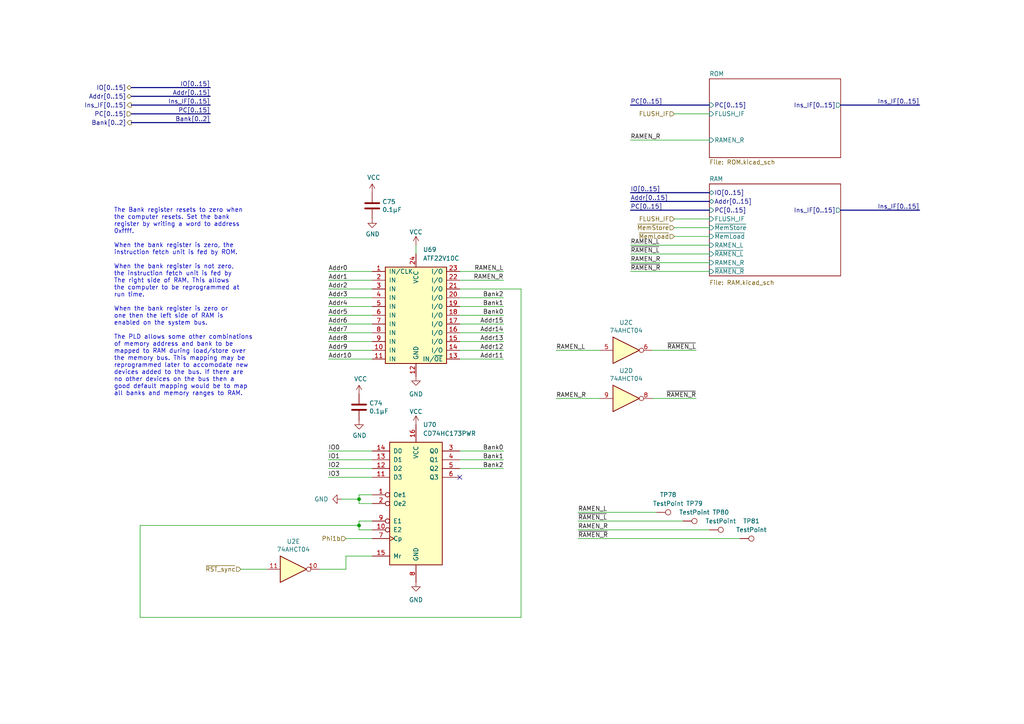
<source format=kicad_sch>
(kicad_sch (version 20230121) (generator eeschema)
  (paper "A4")
  (title_block (date "2023-03-22") (rev "B"))
  (lib_symbols
    (symbol "74xx:74LS04"
      (property "Reference" "U" (at 0 1.27 0))
      (property "Value" "74LS04" (at 0 -1.27 0))
      (symbol "74LS04_1_0"
        (polyline (pts (xy -3.81 3.81) (xy -3.81 -3.81) (xy 3.81 0) (xy -3.81 3.81)) (stroke (width 0.254)) (fill (type background)))
        (pin input line (at -7.62 0 0) (length 3.81) (name "~") (number "1"))
        (pin output inverted (at 7.62 0 180) (length 3.81) (name "~") (number "2"))
      )
      (symbol "74LS04_2_0"
        (polyline (pts (xy -3.81 3.81) (xy -3.81 -3.81) (xy 3.81 0) (xy -3.81 3.81)) (stroke (width 0.254)) (fill (type background)))
        (pin input line (at -7.62 0 0) (length 3.81) (name "~") (number "3"))
        (pin output inverted (at 7.62 0 180) (length 3.81) (name "~") (number "4"))
      )
      (symbol "74LS04_3_0"
        (polyline (pts (xy -3.81 3.81) (xy -3.81 -3.81) (xy 3.81 0) (xy -3.81 3.81)) (stroke (width 0.254)) (fill (type background)))
        (pin input line (at -7.62 0 0) (length 3.81) (name "~") (number "5"))
        (pin output inverted (at 7.62 0 180) (length 3.81) (name "~") (number "6"))
      )
      (symbol "74LS04_4_0"
        (polyline (pts (xy -3.81 3.81) (xy -3.81 -3.81) (xy 3.81 0) (xy -3.81 3.81)) (stroke (width 0.254)) (fill (type background)))
        (pin output inverted (at 7.62 0 180) (length 3.81) (name "~") (number "8"))
        (pin input line (at -7.62 0 0) (length 3.81) (name "~") (number "9"))
      )
      (symbol "74LS04_5_0"
        (polyline (pts (xy -3.81 3.81) (xy -3.81 -3.81) (xy 3.81 0) (xy -3.81 3.81)) (stroke (width 0.254)) (fill (type background)))
        (pin output inverted (at 7.62 0 180) (length 3.81) (name "~") (number "10"))
        (pin input line (at -7.62 0 0) (length 3.81) (name "~") (number "11"))
      )
      (symbol "74LS04_6_0"
        (polyline (pts (xy -3.81 3.81) (xy -3.81 -3.81) (xy 3.81 0) (xy -3.81 3.81)) (stroke (width 0.254)) (fill (type background)))
        (pin output inverted (at 7.62 0 180) (length 3.81) (name "~") (number "12"))
        (pin input line (at -7.62 0 0) (length 3.81) (name "~") (number "13"))
      )
      (symbol "74LS04_7_0"
        (pin power_in line (at 0 12.7 270) (length 5.08) (name "VCC") (number "14"))
        (pin power_in line (at 0 -12.7 90) (length 5.08) (name "GND") (number "7"))
      )
      (symbol "74LS04_7_1"
        (rectangle (start -5.08 7.62) (end 5.08 -7.62) (stroke (width 0.254)) (fill (type background)))
      )
    )
    (symbol "74xx:74LS173" (pin_names (offset 1.016))
      (property "Reference" "U" (at -7.62 19.05 0))
      (property "Value" "74LS173" (at -7.62 -19.05 0))
      (symbol "74LS173_1_0"
        (pin input inverted (at -12.7 2.54 0) (length 5.08) (name "Oe1") (number "1"))
        (pin input inverted (at -12.7 -7.62 0) (length 5.08) (name "E2") (number "10"))
        (pin input line (at -12.7 7.62 0) (length 5.08) (name "D3") (number "11"))
        (pin input line (at -12.7 10.16 0) (length 5.08) (name "D2") (number "12"))
        (pin input line (at -12.7 12.7 0) (length 5.08) (name "D1") (number "13"))
        (pin input line (at -12.7 15.24 0) (length 5.08) (name "D0") (number "14"))
        (pin input line (at -12.7 -15.24 0) (length 5.08) (name "Mr") (number "15"))
        (pin power_in line (at 0 22.86 270) (length 5.08) (name "VCC") (number "16"))
        (pin input inverted (at -12.7 0 0) (length 5.08) (name "Oe2") (number "2"))
        (pin tri_state line (at 12.7 15.24 180) (length 5.08) (name "Q0") (number "3"))
        (pin tri_state line (at 12.7 12.7 180) (length 5.08) (name "Q1") (number "4"))
        (pin tri_state line (at 12.7 10.16 180) (length 5.08) (name "Q2") (number "5"))
        (pin tri_state line (at 12.7 7.62 180) (length 5.08) (name "Q3") (number "6"))
        (pin input clock (at -12.7 -10.16 0) (length 5.08) (name "Cp") (number "7"))
        (pin power_in line (at 0 -22.86 90) (length 5.08) (name "GND") (number "8"))
        (pin input inverted (at -12.7 -5.08 0) (length 5.08) (name "E1") (number "9"))
      )
      (symbol "74LS173_1_1"
        (rectangle (start -7.62 17.78) (end 7.62 -17.78) (stroke (width 0.254)) (fill (type background)))
      )
    )
    (symbol "Connector:TestPoint" (pin_numbers hide) (pin_names (offset 0.762) hide)
      (property "Reference" "TP" (at 0 6.858 0))
      (property "Value" "TestPoint" (at 0 5.08 0))
      (symbol "TestPoint_0_1"
        (circle (center 0 3.302) (radius 0.762))
      )
      (symbol "TestPoint_1_1"
        (pin passive line (at 0 0 90) (length 2.54) (name "1") (number "1"))
      )
    )
    (symbol "Device:C" (pin_numbers hide) (pin_names (offset 0.254))
      (property "Reference" "C" (at 0.635 2.54 0))
      (property "Value" "C" (at 0.635 -2.54 0))
      (symbol "C_0_1"
        (polyline (pts (xy -2.032 -0.762) (xy 2.032 -0.762)) (stroke (width 0.508)))
        (polyline (pts (xy -2.032 0.762) (xy 2.032 0.762)) (stroke (width 0.508)))
      )
      (symbol "C_1_1"
        (pin passive line (at 0 3.81 270) (length 2.794) (name "~") (number "1"))
        (pin passive line (at 0 -3.81 90) (length 2.794) (name "~") (number "2"))
      )
    )
    (symbol "MEMModule-rescue:ATF22V10C-Logic_Programmable" (pin_names (offset 1.016))
      (property "Reference" "U" (at -7.62 17.78 0))
      (property "Value" "ATF22V10C-Logic_Programmable" (at -7.62 15.24 0))
      (symbol "ATF22V10C-Logic_Programmable_1_1"
        (rectangle (start -8.89 -15.24) (end 8.89 12.7) (stroke (width 0.254)) (fill (type background)))
        (pin input line (at -12.7 11.43 0) (length 3.81) (name "IN/CLK") (number "1"))
        (pin input line (at -12.7 -11.43 0) (length 3.81) (name "IN") (number "10"))
        (pin input line (at -12.7 -13.97 0) (length 3.81) (name "IN") (number "11"))
        (pin power_in line (at 0 -19.05 90) (length 3.81) (name "GND") (number "12"))
        (pin input line (at 12.7 -13.97 180) (length 3.81) (name "IN/~{OE}") (number "13"))
        (pin passive line (at 12.7 -11.43 180) (length 3.81) (name "I/O") (number "14"))
        (pin passive line (at 12.7 -8.89 180) (length 3.81) (name "I/O") (number "15"))
        (pin passive line (at 12.7 -6.35 180) (length 3.81) (name "I/O") (number "16"))
        (pin passive line (at 12.7 -3.81 180) (length 3.81) (name "I/O") (number "17"))
        (pin passive line (at 12.7 -1.27 180) (length 3.81) (name "I/O") (number "18"))
        (pin passive line (at 12.7 1.27 180) (length 3.81) (name "I/O") (number "19"))
        (pin input line (at -12.7 8.89 0) (length 3.81) (name "IN") (number "2"))
        (pin passive line (at 12.7 3.81 180) (length 3.81) (name "I/O") (number "20"))
        (pin passive line (at 12.7 6.35 180) (length 3.81) (name "I/O") (number "21"))
        (pin passive line (at 12.7 8.89 180) (length 3.81) (name "I/O") (number "22"))
        (pin passive line (at 12.7 11.43 180) (length 3.81) (name "I/O") (number "23"))
        (pin power_in line (at 0 16.51 270) (length 3.81) (name "VCC") (number "24"))
        (pin input line (at -12.7 6.35 0) (length 3.81) (name "IN") (number "3"))
        (pin input line (at -12.7 3.81 0) (length 3.81) (name "IN") (number "4"))
        (pin input line (at -12.7 1.27 0) (length 3.81) (name "IN") (number "5"))
        (pin input line (at -12.7 -1.27 0) (length 3.81) (name "IN") (number "6"))
        (pin input line (at -12.7 -3.81 0) (length 3.81) (name "IN") (number "7"))
        (pin input line (at -12.7 -6.35 0) (length 3.81) (name "IN") (number "8"))
        (pin input line (at -12.7 -8.89 0) (length 3.81) (name "IN") (number "9"))
      )
    )
    (symbol "power:GND" (power) (pin_names (offset 0))
      (property "Value" "GND" (at 0 -3.81 0))
      (symbol "GND_0_1"
        (polyline (pts (xy 0 0) (xy 0 -1.27) (xy 1.27 -1.27) (xy 0 -2.54) (xy -1.27 -1.27) (xy 0 -1.27)))
      )
      (symbol "GND_1_1"
        (pin power_in line (at 0 0 270) (length 0) hide (name "GND") (number "1"))
      )
    )
    (symbol "power:VCC" (power) (pin_names (offset 0))
      (property "Value" "VCC" (at 0 3.81 0))
      (symbol "VCC_0_1"
        (polyline (pts (xy -0.762 1.27) (xy 0 2.54)))
        (polyline (pts (xy 0 0) (xy 0 2.54)))
        (polyline (pts (xy 0 2.54) (xy 0.762 1.27)))
      )
      (symbol "VCC_1_1"
        (pin power_in line (at 0 0 90) (length 0) hide (name "VCC") (number "1"))
      )
    )
  )
  (junction (at 104.14 144.78))
  (junction (at 104.14 152.4))
  (no_connect (at 133.35 138.43))
  (wire (pts (xy 146.05 135.89) (xy 133.35 135.89)))
  (bus (pts (xy 243.84 60.96) (xy 266.7 60.96)))
  (wire (pts (xy 104.14 144.78) (xy 104.14 146.05)))
  (wire (pts (xy 95.25 135.89) (xy 107.95 135.89)))
  (wire (pts (xy 95.25 88.9) (xy 107.95 88.9)))
  (wire (pts (xy 146.05 78.74) (xy 133.35 78.74)))
  (wire (pts (xy 104.14 152.4) (xy 40.64 152.4)))
  (bus (pts (xy 38.1 33.02) (xy 60.96 33.02)))
  (wire (pts (xy 100.33 165.1) (xy 100.33 161.29)))
  (bus (pts (xy 205.74 30.48) (xy 182.88 30.48)))
  (wire (pts (xy 95.25 138.43) (xy 107.95 138.43)))
  (wire (pts (xy 107.95 151.13) (xy 104.14 151.13)))
  (wire (pts (xy 95.25 133.35) (xy 107.95 133.35)))
  (bus (pts (xy 205.74 60.96) (xy 182.88 60.96)))
  (wire (pts (xy 95.25 130.81) (xy 107.95 130.81)))
  (wire (pts (xy 201.93 115.57) (xy 189.23 115.57)))
  (wire (pts (xy 182.88 40.64) (xy 205.74 40.64)))
  (wire (pts (xy 104.14 153.67) (xy 107.95 153.67)))
  (wire (pts (xy 95.25 91.44) (xy 107.95 91.44)))
  (wire (pts (xy 146.05 91.44) (xy 133.35 91.44)))
  (wire (pts (xy 146.05 86.36) (xy 133.35 86.36)))
  (wire (pts (xy 146.05 104.14) (xy 133.35 104.14)))
  (wire (pts (xy 69.85 165.1) (xy 77.47 165.1)))
  (wire (pts (xy 95.25 81.28) (xy 107.95 81.28)))
  (wire (pts (xy 146.05 88.9) (xy 133.35 88.9)))
  (wire (pts (xy 99.06 144.78) (xy 104.14 144.78)))
  (wire (pts (xy 182.88 73.66) (xy 205.74 73.66)))
  (wire (pts (xy 146.05 133.35) (xy 133.35 133.35)))
  (bus (pts (xy 38.1 35.56) (xy 60.96 35.56)))
  (wire (pts (xy 95.25 101.6) (xy 107.95 101.6)))
  (wire (pts (xy 167.64 156.21) (xy 214.63 156.21)))
  (wire (pts (xy 195.58 68.58) (xy 205.74 68.58)))
  (wire (pts (xy 40.64 152.4) (xy 40.64 179.07)))
  (bus (pts (xy 205.74 55.88) (xy 182.88 55.88)))
  (wire (pts (xy 104.14 151.13) (xy 104.14 152.4)))
  (wire (pts (xy 104.14 146.05) (xy 107.95 146.05)))
  (wire (pts (xy 151.13 83.82) (xy 151.13 179.07)))
  (wire (pts (xy 146.05 101.6) (xy 133.35 101.6)))
  (wire (pts (xy 133.35 83.82) (xy 151.13 83.82)))
  (bus (pts (xy 38.1 30.48) (xy 60.96 30.48)))
  (wire (pts (xy 146.05 99.06) (xy 133.35 99.06)))
  (bus (pts (xy 205.74 58.42) (xy 182.88 58.42)))
  (wire (pts (xy 195.58 33.02) (xy 205.74 33.02)))
  (wire (pts (xy 95.25 83.82) (xy 107.95 83.82)))
  (wire (pts (xy 146.05 81.28) (xy 133.35 81.28)))
  (wire (pts (xy 146.05 93.98) (xy 133.35 93.98)))
  (wire (pts (xy 182.88 78.74) (xy 205.74 78.74)))
  (wire (pts (xy 95.25 99.06) (xy 107.95 99.06)))
  (wire (pts (xy 95.25 104.14) (xy 107.95 104.14)))
  (wire (pts (xy 95.25 78.74) (xy 107.95 78.74)))
  (wire (pts (xy 92.71 165.1) (xy 100.33 165.1)))
  (wire (pts (xy 100.33 161.29) (xy 107.95 161.29)))
  (wire (pts (xy 120.65 71.12) (xy 120.65 73.66)))
  (wire (pts (xy 95.25 96.52) (xy 107.95 96.52)))
  (wire (pts (xy 100.33 156.21) (xy 107.95 156.21)))
  (wire (pts (xy 182.88 71.12) (xy 205.74 71.12)))
  (wire (pts (xy 167.64 148.59) (xy 190.5 148.59)))
  (wire (pts (xy 95.25 86.36) (xy 107.95 86.36)))
  (wire (pts (xy 95.25 93.98) (xy 107.95 93.98)))
  (wire (pts (xy 195.58 63.5) (xy 205.74 63.5)))
  (wire (pts (xy 201.93 101.6) (xy 189.23 101.6)))
  (wire (pts (xy 167.64 151.13) (xy 198.12 151.13)))
  (bus (pts (xy 38.1 25.4) (xy 60.96 25.4)))
  (wire (pts (xy 146.05 130.81) (xy 133.35 130.81)))
  (wire (pts (xy 40.64 179.07) (xy 151.13 179.07)))
  (wire (pts (xy 167.64 153.67) (xy 205.74 153.67)))
  (wire (pts (xy 104.14 152.4) (xy 104.14 153.67)))
  (wire (pts (xy 104.14 143.51) (xy 104.14 144.78)))
  (wire (pts (xy 161.29 101.6) (xy 173.99 101.6)))
  (bus (pts (xy 38.1 27.94) (xy 60.96 27.94)))
  (wire (pts (xy 107.95 143.51) (xy 104.14 143.51)))
  (wire (pts (xy 146.05 96.52) (xy 133.35 96.52)))
  (wire (pts (xy 182.88 76.2) (xy 205.74 76.2)))
  (bus (pts (xy 243.84 30.48) (xy 266.7 30.48)))
  (wire (pts (xy 161.29 115.57) (xy 173.99 115.57)))
  (wire (pts (xy 195.58 66.04) (xy 205.74 66.04)))
  (text "The Bank register resets to zero when\nthe computer resets. Set the bank\nregister by writing a word to address\n0xffff.\n\nWhen the bank register is zero, the\ninstruction fetch unit is fed by ROM.\n\nWhen the bank register is not zero,\nthe instruction fetch unit is fed by\nThe right side of RAM. This allows\nthe computer to be reprogrammed at\nrun time.\n\nWhen the bank register is zero or\none then the left side of RAM is\nenabled on the system bus.\n\nThe PLD allows some other combinations\nof memory address and bank to be\nmapped to RAM during load/store over\nthe memory bus. This mapping may be\nreprogrammed later to accomodate new\ndevices added to the bus. If there are\nno other devices on the bus then a\ngood default mapping would be to map\nall banks and memory ranges to RAM." (at 33.02 114.935 0) (effects (font (size 1.27 1.27)) (justify left bottom)))
  (label "Addr15" (at 146.05 93.98 180))
  (label "~{RAMEN_L}" (at 182.88 73.66 0))
  (label "Addr7" (at 95.25 96.52 0))
  (label "Addr1" (at 95.25 81.28 0))
  (label "RAMEN_L" (at 167.64 148.59 0))
  (label "~{RAMEN_R}" (at 167.64 156.21 0))
  (label "RAMEN_L" (at 182.88 71.12 0))
  (label "Addr9" (at 95.25 101.6 0))
  (label "PC[0..15]" (at 182.88 30.48 0))
  (label "Addr13" (at 146.05 99.06 180))
  (label "RAMEN_R" (at 167.64 153.67 0))
  (label "Addr14" (at 146.05 96.52 180))
  (label "~{RAMEN_R}" (at 201.93 115.57 180))
  (label "Bank0" (at 146.05 91.44 180))
  (label "Addr[0..15]" (at 182.88 58.42 0))
  (label "Bank1" (at 146.05 133.35 180))
  (label "Addr3" (at 95.25 86.36 0))
  (label "Bank[0..2]" (at 60.96 35.56 180))
  (label "Addr6" (at 95.25 93.98 0))
  (label "Ins_IF[0..15]" (at 266.7 30.48 180))
  (label "RAMEN_L" (at 161.29 101.6 0))
  (label "RAMEN_R" (at 182.88 76.2 0))
  (label "IO2" (at 95.25 135.89 0))
  (label "Addr11" (at 146.05 104.14 180))
  (label "~{RAMEN_L}" (at 201.93 101.6 180))
  (label "Ins_IF[0..15]" (at 60.96 30.48 180))
  (label "~{RAMEN_L}" (at 167.64 151.13 0))
  (label "Addr10" (at 95.25 104.14 0))
  (label "Addr5" (at 95.25 91.44 0))
  (label "Ins_IF[0..15]" (at 266.7 60.96 180))
  (label "Bank0" (at 146.05 130.81 180))
  (label "Addr0" (at 95.25 78.74 0))
  (label "IO[0..15]" (at 60.96 25.4 180))
  (label "PC[0..15]" (at 60.96 33.02 180))
  (label "Addr8" (at 95.25 99.06 0))
  (label "Addr2" (at 95.25 83.82 0))
  (label "Bank2" (at 146.05 86.36 180))
  (label "RAMEN_R" (at 146.05 81.28 180))
  (label "Addr4" (at 95.25 88.9 0))
  (label "IO1" (at 95.25 133.35 0))
  (label "Bank1" (at 146.05 88.9 180))
  (label "IO[0..15]" (at 182.88 55.88 0))
  (label "Bank2" (at 146.05 135.89 180))
  (label "PC[0..15]" (at 182.88 60.96 0))
  (label "RAMEN_R" (at 161.29 115.57 0))
  (label "RAMEN_R" (at 182.88 40.64 0))
  (label "IO0" (at 95.25 130.81 0))
  (label "RAMEN_L" (at 146.05 78.74 180))
  (label "IO3" (at 95.25 138.43 0))
  (label "Addr[0..15]" (at 60.96 27.94 180))
  (label "~{RAMEN_R}" (at 182.88 78.74 0))
  (label "Addr12" (at 146.05 101.6 180))
  (hierarchical_label "Phi1b" (shape input) (at 100.33 156.21 180))
  (hierarchical_label "PC[0..15]" (shape input) (at 38.1 33.02 180))
  (hierarchical_label "IO[0..15]" (shape tri_state) (at 38.1 25.4 180))
  (hierarchical_label "~{RST_sync}" (shape input) (at 69.85 165.1 180))
  (hierarchical_label "Addr[0..15]" (shape tri_state) (at 38.1 27.94 180))
  (hierarchical_label "Bank[0..2]" (shape output) (at 38.1 35.56 180))
  (hierarchical_label "~{MemStore}" (shape input) (at 195.58 66.04 180))
  (hierarchical_label "FLUSH_IF" (shape input) (at 195.58 33.02 180))
  (hierarchical_label "Ins_IF[0..15]" (shape output) (at 38.1 30.48 180))
  (hierarchical_label "~{MemLoad}" (shape input) (at 195.58 68.58 180))
  (hierarchical_label "FLUSH_IF" (shape input) (at 195.58 63.5 180))
  (symbol (lib_id "MEMModule-rescue:ATF22V10C-Logic_Programmable") (at 120.65 90.17 0) (unit 1)
    (property "Reference" "U69" (at 122.6694 72.39 0) (effects (justify left)))
    (property "Value" "ATF22V10C" (at 122.6694 74.93 0) (effects (justify left)))
    (property "Footprint" "Package_DIP:DIP-24_W7.62mm_Socket" (effects hide))
  )
  (symbol (lib_id "power:GND") (at 104.14 121.92 0) (unit 1)
    (property "Reference" "#PWR0401" (effects hide))
    (property "Value" "GND" (at 104.267 126.3142 0))
  )
  (symbol (lib_id "74xx:74LS04") (at 181.61 115.57 0) (unit 4)
    (property "Reference" "U2" (at 181.61 107.5182 0))
    (property "Value" "74AHCT04" (at 181.61 109.8296 0))
    (property "Footprint" "Package_SO:TSSOP-14_4.4x5mm_P0.65mm" (effects hide))
    (property "Datasheet" "https://www.mouser.com/datasheet/2/916/74AHCT04A-1545508.pdf" (effects hide))
    (property "Mouser" "https://www.mouser.com/ProductDetail/Nexperia/74AHCT04APWJ?qs=5aG0NVq1C4yf8jbQquj09Q==" (effects hide))
    (instances (project "MainBoard" (path "" (reference "U2") (unit 4)) (path "" (reference "U68") (unit 4))))
  )
  (symbol (lib_id "power:GND") (at 99.06 144.78 270) (unit 1)
    (property "Reference" "#PWR0399" (effects hide))
    (property "Value" "GND" (at 95.25 144.7799 90) (effects (justify right)))
  )
  (symbol (lib_id "Device:C") (at 107.95 59.69 0) (unit 1)
    (property "Reference" "C75" (at 110.871 58.5216 0) (effects (justify left)))
    (property "Value" "0.1μF" (at 110.871 60.833 0) (effects (justify left)))
    (property "Footprint" "Capacitor_SMD:C_0603_1608Metric_Pad1.08x0.95mm_HandSolder" (effects hide))
    (property "Mouser" "https://www.mouser.com/ProductDetail/963-EMK107B7104KAHT" (effects hide))
  )
  (symbol (lib_id "Device:C") (at 104.14 118.11 0) (unit 1)
    (property "Reference" "C74" (at 107.061 116.9416 0) (effects (justify left)))
    (property "Value" "0.1μF" (at 107.061 119.253 0) (effects (justify left)))
    (property "Footprint" "Capacitor_SMD:C_0603_1608Metric_Pad1.08x0.95mm_HandSolder" (effects hide))
    (property "Mouser" "https://www.mouser.com/ProductDetail/963-EMK107B7104KAHT" (effects hide))
  )
  (symbol (lib_id "Connector:TestPoint") (at 214.63 156.21 270) (mirror x) (unit 1)
    (property "Reference" "TP81" (at 217.932 151.13 90))
    (property "Value" "TestPoint" (at 217.932 153.67 90))
    (property "Footprint" "TestPoint:TestPoint_Pad_D1.0mm" (effects hide))
  )
  (symbol (lib_id "74xx:74LS04") (at 85.09 165.1 0) (unit 5)
    (property "Reference" "U2" (at 85.09 157.0482 0))
    (property "Value" "74AHCT04" (at 85.09 159.3596 0))
    (property "Footprint" "Package_SO:TSSOP-14_4.4x5mm_P0.65mm" (effects hide))
    (property "Datasheet" "https://www.mouser.com/datasheet/2/916/74AHCT04A-1545508.pdf" (effects hide))
    (property "Mouser" "https://www.mouser.com/ProductDetail/Nexperia/74AHCT04APWJ?qs=5aG0NVq1C4yf8jbQquj09Q==" (effects hide))
    (instances (project "MainBoard" (path "" (reference "U2") (unit 5)) (path "" (reference "U68") (unit 5))))
  )
  (symbol (lib_id "74xx:74LS04") (at 181.61 101.6 0) (unit 3)
    (property "Reference" "U2" (at 181.61 93.5482 0))
    (property "Value" "74AHCT04" (at 181.61 95.8596 0))
    (property "Footprint" "Package_SO:TSSOP-14_4.4x5mm_P0.65mm" (effects hide))
    (property "Datasheet" "https://www.mouser.com/datasheet/2/916/74AHCT04A-1545508.pdf" (effects hide))
    (property "Mouser" "https://www.mouser.com/ProductDetail/Nexperia/74AHCT04APWJ?qs=5aG0NVq1C4yf8jbQquj09Q==" (effects hide))
    (instances (project "MainBoard" (path "" (reference "U2") (unit 3)) (path "" (reference "U68") (unit 3))))
  )
  (symbol (lib_id "power:GND") (at 120.65 168.91 0) (unit 1)
    (property "Reference" "#PWR0407" (effects hide))
    (property "Value" "GND" (at 120.65 173.99 0))
  )
  (symbol (lib_id "power:GND") (at 120.65 109.22 0) (unit 1)
    (property "Reference" "#PWR0405" (effects hide))
    (property "Value" "GND" (at 120.65 114.3 0))
  )
  (symbol (lib_id "74xx:74LS173") (at 120.65 146.05 0) (unit 1)
    (property "Reference" "U70" (at 122.6694 123.19 0) (effects (justify left)))
    (property "Value" "CD74HC173PWR" (at 122.6694 125.73 0) (effects (justify left)))
    (property "Footprint" "Package_SO:TSSOP-16_4.4x5mm_P0.65mm" (effects hide))
    (property "Datasheet" "http://www.ti.com/general/docs/suppproductinfo.tsp?distId=26&gotoUrl=http%3A%2F%2Fwww.ti.com%2Flit%2Fgpn%2Fcd74hc173" (effects hide))
    (property "Mouser" "https://www.mouser.com/ProductDetail/Texas-Instruments/CD74HC173PWR?qs=JD1fk4stihbsXf8KpXAZKQ%3D%3D" (effects hide))
  )
  (symbol (lib_id "Connector:TestPoint") (at 205.74 153.67 270) (mirror x) (unit 1)
    (property "Reference" "TP80" (at 209.042 148.59 90))
    (property "Value" "TestPoint" (at 209.042 151.13 90))
    (property "Footprint" "TestPoint:TestPoint_Pad_D1.0mm" (effects hide))
  )
  (symbol (lib_id "power:VCC") (at 120.65 123.19 0) (unit 1)
    (property "Reference" "#PWR0406" (effects hide))
    (property "Value" "VCC" (at 120.65 119.38 0))
  )
  (symbol (lib_id "power:GND") (at 107.95 63.5 0) (unit 1)
    (property "Reference" "#PWR0403" (effects hide))
    (property "Value" "GND" (at 108.077 67.8942 0))
  )
  (symbol (lib_id "Connector:TestPoint") (at 190.5 148.59 270) (mirror x) (unit 1)
    (property "Reference" "TP78" (at 193.802 143.51 90))
    (property "Value" "TestPoint" (at 193.802 146.05 90))
    (property "Footprint" "TestPoint:TestPoint_Pad_D1.0mm" (effects hide))
  )
  (symbol (lib_id "power:VCC") (at 104.14 114.3 0) (unit 1)
    (property "Reference" "#PWR0400" (effects hide))
    (property "Value" "VCC" (at 104.5718 109.9058 0))
  )
  (symbol (lib_id "power:VCC") (at 107.95 55.88 0) (unit 1)
    (property "Reference" "#PWR0402" (effects hide))
    (property "Value" "VCC" (at 108.3818 51.4858 0))
  )
  (symbol (lib_id "Connector:TestPoint") (at 198.12 151.13 270) (mirror x) (unit 1)
    (property "Reference" "TP79" (at 201.422 146.05 90))
    (property "Value" "TestPoint" (at 201.422 148.59 90))
    (property "Footprint" "TestPoint:TestPoint_Pad_D1.0mm" (effects hide))
  )
  (symbol (lib_id "power:VCC") (at 120.65 71.12 0) (unit 1)
    (property "Reference" "#PWR0404" (effects hide))
    (property "Value" "VCC" (at 120.65 67.31 0))
  )
  (sheet (at 205.74 22.86) (size 38.1 22.86) (stroke (width 0.1524))
    (property "Sheetname" "ROM" (at 205.74 22.1484 0) (effects (justify left bottom)))
    (property "Sheetfile" "ROM.kicad_sch" (at 205.74 46.3046 0) (effects (justify left top)))
    (pin "RAMEN_R" input (at 205.74 40.64 180))
    (pin "FLUSH_IF" input (at 205.74 33.02 180))
    (pin "PC[0..15]" input (at 205.74 30.48 180))
    (pin "Ins_IF[0..15]" output (at 243.84 30.48 0))
  )
  (sheet (at 205.74 53.34) (size 38.1 26.67) (stroke (width 0.1524))
    (property "Sheetname" "RAM" (at 205.74 52.6284 0) (effects (justify left bottom)))
    (property "Sheetfile" "RAM.kicad_sch" (at 205.74 81.2296 0) (effects (justify left top)))
    (pin "Ins_IF[0..15]" output (at 243.84 60.96 0))
    (pin "IO[0..15]" tri_state (at 205.74 55.88 180))
    (pin "Addr[0..15]" tri_state (at 205.74 58.42 180))
    (pin "PC[0..15]" input (at 205.74 60.96 180))
    (pin "FLUSH_IF" input (at 205.74 63.5 180))
    (pin "~{MemStore}" input (at 205.74 66.04 180))
    (pin "~{MemLoad}" input (at 205.74 68.58 180))
    (pin "~{RAMEN_L}" input (at 205.74 73.66 180))
    (pin "~{RAMEN_R}" input (at 205.74 78.74 180))
    (pin "RAMEN_R" input (at 205.74 76.2 180))
    (pin "RAMEN_L" input (at 205.74 71.12 180))
  )
)
</source>
